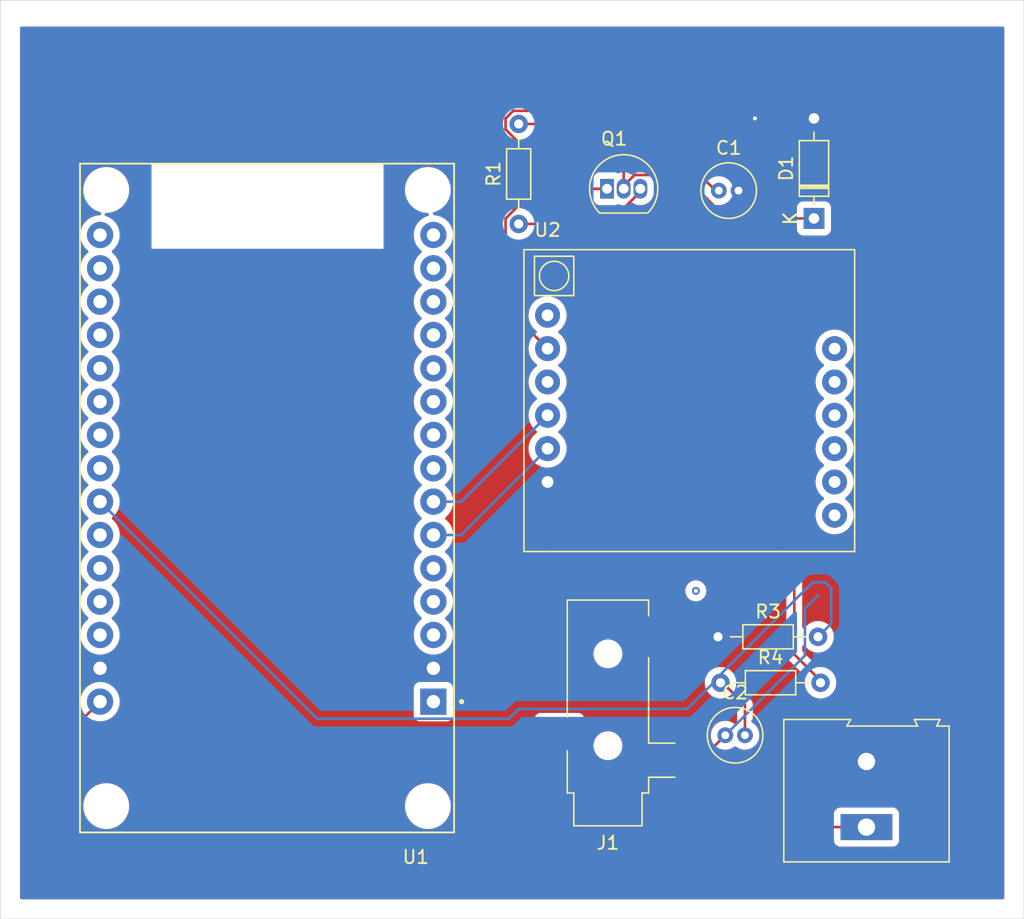
<source format=kicad_pcb>
(kicad_pcb (version 20240108) (generator "pcbnew") (generator_version "8.0")
  (layers (0 "F.Cu" signal) (31 "B.Cu" signal) (34 "B.Paste" user) (35 "F.Paste" user) (36 "B.SilkS" user "B.Silkscreen") (37 "F.SilkS" user "F.Silkscreen") (38 "B.Mask" user) (39 "F.Mask" user) (44 "Edge.Cuts" user))
  (net 0 "")
  (net 1 "Net-(Q1-E)")
  (net 9 "Net-(U1-RX2)")
  (net 16 "Net-(U1-3V3)")
  (net 34 "Net-(J2-Pin_1)")
  (net 35 "GND")
  (net 36 "Net-(D1-K)")
  (net 37 "Net-(C2-Pad1)")
  (net 39 "Net-(U1-D26)")
  (net 40 "Net-(U1-TX2)")
  (footprint "Diode_THT:D_DO-35_SOD27_P7.62mm_Horizontal" (layer "F.Cu") (at 161.5 83.12 90)
    (property "Reference" "D1" (at 3.81 -2.12 90) (layer "F.SilkS"))
    (property "Value" "D_Zener")
    (fp_line (start 5.93 -1.12) (end 1.69 -1.12) (stroke (width 0.12)) (layer "F.SilkS"))
    (fp_line (start 2.53 -1.12) (end 2.53 1.12) (stroke (width 0.12)) (layer "F.SilkS"))
    (fp_line (start 2.41 -1.12) (end 2.41 1.12) (stroke (width 0.12)) (layer "F.SilkS"))
    (fp_line (start 2.29 -1.12) (end 2.29 1.12) (stroke (width 0.12)) (layer "F.SilkS"))
    (fp_line (start 1.69 -1.12) (end 1.69 1.12) (stroke (width 0.12)) (layer "F.SilkS"))
    (fp_line (start 6.58 0) (end 5.93 0) (stroke (width 0.12)) (layer "F.SilkS"))
    (fp_line (start 1.04 0) (end 1.69 0) (stroke (width 0.12)) (layer "F.SilkS"))
    (fp_line (start 5.93 1.12) (end 5.93 -1.12) (stroke (width 0.12)) (layer "F.SilkS"))
    (fp_line (start 1.69 1.12) (end 5.93 1.12) (stroke (width 0.12)) (layer "F.SilkS"))
    (fp_text user "K" (at 0 -1.8 90) (layer "F.SilkS"))
    (pad "1" thru_hole rect (at 0 0 90) (size 1.6 1.6) (drill 0.8) (layers "*.Cu" "*.Mask") (net 36 "Net-(D1-K)"))
    (pad "2" thru_hole oval (at 7.62 0 90) (size 1.6 1.6) (drill 0.8) (layers "*.Cu" "*.Mask") (net 35 "GND"))
  )
  (footprint "RF_GSM:MODULE_ESP32_DEVKIT_V1" (layer "F.Cu") (at 119.8 104.425 180)
    (property "Reference" "U1" (at -11.355 -27.36 0) (layer "F.SilkS"))
    (property "Value" "ESP32-DEVKIT-V1")
    (fp_line (start 14.23 25.475) (end -14.28 25.475) (stroke (width 0.127)) (layer "F.SilkS"))
    (fp_line (start 14.23 -25.475) (end 14.23 25.475) (stroke (width 0.127)) (layer "F.SilkS"))
    (fp_line (start 14.23 -25.475) (end 14.23 25.475) (stroke (width 0.127)) (layer "F.SilkS"))
    (fp_line (start 8.78 25.475) (end 14.23 25.475) (stroke (width 0.127)) (layer "F.SilkS"))
    (fp_line (start 3.5 -25.475) (end 14.23 -25.475) (stroke (width 0.127)) (layer "F.SilkS"))
    (fp_line (start -3.211 -25.475) (end 3.5 -25.475) (stroke (width 0.127)) (layer "F.SilkS"))
    (fp_line (start -8.91 25.475) (end 8.78 25.475) (stroke (width 0.127)) (layer "F.SilkS"))
    (fp_line (start -14.28 25.475) (end -8.91 25.475) (stroke (width 0.127)) (layer "F.SilkS"))
    (fp_line (start -14.28 25.475) (end -14.28 -25.475) (stroke (width 0.127)) (layer "F.SilkS"))
    (fp_line (start -14.28 25.475) (end -14.28 -25.475) (stroke (width 0.127)) (layer "F.SilkS"))
    (fp_line (start -14.28 -25.475) (end 14.23 -25.475) (stroke (width 0.127)) (layer "F.SilkS"))
    (fp_line (start -14.28 -25.475) (end -3.211 -25.475) (stroke (width 0.127)) (layer "F.SilkS"))
    (fp_circle (center -14.85 -15.515) (end -14.75 -15.515) (stroke (width 0.2)) (fill none) (layer "F.SilkS"))
    (pad "" np_thru_hole circle (at -12.28 -23.475 180) (size 3 3) (drill 3) (layers "*.Cu" "*.Mask"))
    (pad "" np_thru_hole circle (at -12.28 23.475 180) (size 3 3) (drill 3) (layers "*.Cu" "*.Mask"))
    (pad "" np_thru_hole circle (at 12.23 -23.475 180) (size 3 3) (drill 3) (layers "*.Cu" "*.Mask"))
    (pad "" np_thru_hole circle (at 12.23 23.475 180) (size 3 3) (drill 3) (layers "*.Cu" "*.Mask"))
    (pad "1" thru_hole rect (at -12.7 -15.515 180) (size 2 2) (drill 1.02) (layers "*.Cu" "*.Mask") (net 16 "Net-(U1-3V3)"))
    (pad "2" thru_hole circle (at -12.7 -12.975 180) (size 2 2) (drill 1.02) (layers "*.Cu" "*.Mask") (net 35 "GND"))
    (pad "3" thru_hole circle (at -12.7 -10.435 180) (size 2 2) (drill 1.02) (layers "*.Cu" "*.Mask"))
    (pad "4" thru_hole circle (at -12.7 -7.895 180) (size 2 2) (drill 1.02) (layers "*.Cu" "*.Mask"))
    (pad "5" thru_hole circle (at -12.7 -5.355 180) (size 2 2) (drill 1.02) (layers "*.Cu" "*.Mask"))
    (pad "6" thru_hole circle (at -12.7 -2.815 180) (size 2 2) (drill 1.02) (layers "*.Cu" "*.Mask") (net 9 "Net-(U1-RX2)"))
    (pad "7" thru_hole circle (at -12.7 -0.275 180) (size 2 2) (drill 1.02) (layers "*.Cu" "*.Mask") (net 40 "Net-(U1-TX2)"))
    (pad "8" thru_hole circle (at -12.7 2.265 180) (size 2 2) (drill 1.02) (layers "*.Cu" "*.Mask"))
    (pad "9" thru_hole circle (at -12.7 4.805 180) (size 2 2) (drill 1.02) (layers "*.Cu" "*.Mask"))
    (pad "10" thru_hole circle (at -12.7 7.345 180) (size 2 2) (drill 1.02) (layers "*.Cu" "*.Mask"))
    (pad "11" thru_hole circle (at -12.7 9.885 180) (size 2 2) (drill 1.02) (layers "*.Cu" "*.Mask"))
    (pad "12" thru_hole circle (at -12.7 12.425 180) (size 2 2) (drill 1.02) (layers "*.Cu" "*.Mask"))
    (pad "13" thru_hole circle (at -12.7 14.965 180) (size 2 2) (drill 1.02) (layers "*.Cu" "*.Mask"))
    (pad "14" thru_hole circle (at -12.7 17.505 180) (size 2 2) (drill 1.02) (layers "*.Cu" "*.Mask"))
    (pad "15" thru_hole circle (at -12.7 20.045 180) (size 2 2) (drill 1.02) (layers "*.Cu" "*.Mask"))
    (pad "16" thru_hole circle (at 12.7 20.045 180) (size 2 2) (drill 1.02) (layers "*.Cu" "*.Mask"))
    (pad "17" thru_hole circle (at 12.7 17.505 180) (size 2 2) (drill 1.02) (layers "*.Cu" "*.Mask"))
    (pad "18" thru_hole circle (at 12.7 14.965 180) (size 2 2) (drill 1.02) (layers "*.Cu" "*.Mask"))
    (pad "19" thru_hole circle (at 12.7 12.425 180) (size 2 2) (drill 1.02) (layers "*.Cu" "*.Mask"))
    (pad "20" thru_hole circle (at 12.7 9.885 180) (size 2 2) (drill 1.02) (layers "*.Cu" "*.Mask"))
    (pad "21" thru_hole circle (at 12.7 7.345 180) (size 2 2) (drill 1.02) (layers "*.Cu" "*.Mask"))
    (pad "22" thru_hole circle (at 12.7 4.805 180) (size 2 2) (drill 1.02) (layers "*.Cu" "*.Mask"))
    (pad "23" thru_hole circle (at 12.7 2.265 180) (size 2 2) (drill 1.02) (layers "*.Cu" "*.Mask"))
    (pad "24" thru_hole circle (at 12.7 -0.275 180) (size 2 2) (drill 1.02) (layers "*.Cu" "*.Mask") (net 39 "Net-(U1-D26)"))
    (pad "25" thru_hole circle (at 12.7 -2.815 180) (size 2 2) (drill 1.02) (layers "*.Cu" "*.Mask"))
    (pad "26" thru_hole circle (at 12.7 -5.355 180) (size 2 2) (drill 1.02) (layers "*.Cu" "*.Mask"))
    (pad "27" thru_hole circle (at 12.7 -7.895 180) (size 2 2) (drill 1.02) (layers "*.Cu" "*.Mask"))
    (pad "28" thru_hole circle (at 12.7 -10.435 180) (size 2 2) (drill 1.02) (layers "*.Cu" "*.Mask"))
    (pad "29" thru_hole circle (at 12.7 -12.975 180) (size 2 2) (drill 1.02) (layers "*.Cu" "*.Mask") (net 35 "GND"))
    (pad "30" thru_hole circle (at 12.7 -15.515 180) (size 2 2) (drill 1.02) (layers "*.Cu" "*.Mask") (net 34 "Net-(J2-Pin_1)"))
    (zone (net 0) (net_name "") (layer "F.Cu") (connect_pads (clearance 0)) (min_thickness 0.01)
      (keepout (tracks not_allowed) (vias not_allowed) (pads not_allowed) (copperpour not_allowed) (footprints allowed))
      (fill (thermal_gap 0.508) (thermal_bridge_width 0.508))
      (polygon (pts (xy 128.71 85.44) (xy 111.02 85.44) (xy 111.02 78.95) (xy 128.71 78.95)))
    )
    (zone (net 0) (net_name "") (layer "B.Cu") (connect_pads (clearance 0)) (min_thickness 0.01)
      (keepout (tracks not_allowed) (vias not_allowed) (pads not_allowed) (copperpour not_allowed) (footprints allowed))
      (fill (thermal_gap 0.508) (thermal_bridge_width 0.508))
      (polygon (pts (xy 128.71 85.44) (xy 111.02 85.44) (xy 111.02 78.95) (xy 128.71 78.95)))
    )
  )
  (footprint "Resistor_THT:R_Axial_DIN0204_L3.6mm_D1.6mm_P7.62mm_Horizontal" (layer "F.Cu") (at 154.19 115)
    (property "Reference" "R3" (at 3.81 -1.92 0) (layer "F.SilkS"))
    (property "Value" "R")
    (fp_line (start 0.94 0) (end 1.89 0) (stroke (width 0.12)) (layer "F.SilkS"))
    (fp_line (start 1.89 -0.92) (end 1.89 0.92) (stroke (width 0.12)) (layer "F.SilkS"))
    (fp_line (start 1.89 0.92) (end 5.73 0.92) (stroke (width 0.12)) (layer "F.SilkS"))
    (fp_line (start 5.73 -0.92) (end 1.89 -0.92) (stroke (width 0.12)) (layer "F.SilkS"))
    (fp_line (start 5.73 0.92) (end 5.73 -0.92) (stroke (width 0.12)) (layer "F.SilkS"))
    (fp_line (start 6.68 0) (end 5.73 0) (stroke (width 0.12)) (layer "F.SilkS"))
    (pad "1" thru_hole circle (at 0 0) (size 1.4 1.4) (drill 0.7) (layers "*.Cu" "*.Mask") (net 35 "GND"))
    (pad "2" thru_hole oval (at 7.62 0) (size 1.4 1.4) (drill 0.7) (layers "*.Cu" "*.Mask") (net 39 "Net-(U1-D26)"))
  )
  (footprint "RF_GSM:SIM800L-CORE" (layer "F.Cu") (at 141.2 90.5)
    (property "Reference" "U2" (at 0 -6.5 0) (layer "F.SilkS"))
    (property "Value" "SIM800L-CORE" (hide yes))
    (fp_line (start -1.8 10.8) (end -1.8 -5) (stroke (width 0.12)) (layer "F.SilkS"))
    (fp_line (start -1.8 10.8) (end -1.8 18) (stroke (width 0.12)) (layer "F.SilkS"))
    (fp_line (start -1.8 18) (end 0 18) (stroke (width 0.12)) (layer "F.SilkS"))
    (fp_line (start 0 -5) (end -1.8 -5) (stroke (width 0.12)) (layer "F.SilkS"))
    (fp_line (start 0 -5) (end 20 -5) (stroke (width 0.12)) (layer "F.SilkS"))
    (fp_line (start 0 18) (end 18 18) (stroke (width 0.12)) (layer "F.SilkS"))
    (fp_line (start 18 18) (end 23.4 18) (stroke (width 0.12)) (layer "F.SilkS"))
    (fp_line (start 20 -5) (end 23 -5) (stroke (width 0.12)) (layer "F.SilkS"))
    (fp_line (start 23.4 -5) (end 23 -5) (stroke (width 0.12)) (layer "F.SilkS"))
    (fp_line (start 23.4 18) (end 23.4 -5) (stroke (width 0.12)) (layer "F.SilkS"))
    (fp_rect (start -1 -4.5) (end 2 -1.5) (stroke (width 0.12)) (fill none) (layer "F.SilkS"))
    (fp_circle (center 0.5 -3) (end 1.5 -2.5) (stroke (width 0.12)) (fill none) (layer "F.SilkS"))
    (pad "1" thru_hole circle (at 0 0) (size 1.9 1.9) (drill 0.9) (layers "*.Cu" "*.Mask"))
    (pad "2" thru_hole circle (at 0 2.54) (size 1.9 1.9) (drill 0.9) (layers "*.Cu" "*.Mask") (net 1 "Net-(Q1-E)"))
    (pad "3" thru_hole circle (at 0 5.08) (size 1.9 1.9) (drill 0.9) (layers "*.Cu" "*.Mask"))
    (pad "4" thru_hole circle (at 0 7.62) (size 1.9 1.9) (drill 0.9) (layers "*.Cu" "*.Mask") (net 40 "Net-(U1-TX2)"))
    (pad "5" thru_hole circle (at 0 10.16) (size 1.9 1.9) (drill 0.9) (layers "*.Cu" "*.Mask") (net 9 "Net-(U1-RX2)"))
    (pad "6" thru_hole circle (at 0 12.7) (size 1.9 1.9) (drill 0.9) (layers "*.Cu" "*.Mask") (net 35 "GND"))
    (pad "7" thru_hole circle (at 21.87 15.24) (size 1.9 1.9) (drill 0.9) (layers "*.Cu" "*.Mask"))
    (pad "8" thru_hole circle (at 21.87 12.7) (size 1.9 1.9) (drill 0.9) (layers "*.Cu" "*.Mask"))
    (pad "9" thru_hole circle (at 21.87 10.16) (size 1.9 1.9) (drill 0.9) (layers "*.Cu" "*.Mask"))
    (pad "10" thru_hole circle (at 21.87 7.62) (size 1.9 1.9) (drill 0.9) (layers "*.Cu" "*.Mask"))
    (pad "11" thru_hole circle (at 21.87 5.08) (size 1.9 1.9) (drill 0.9) (layers "*.Cu" "*.Mask"))
    (pad "12" thru_hole circle (at 21.87 2.54) (size 1.9 1.9) (drill 0.9) (layers "*.Cu" "*.Mask"))
  )
  (footprint "Connector_Audio:Jack_3.5mm_CUI_SJ-3523-SMT_Horizontal" (layer "F.Cu") (at 145.8 120.8 180)
    (property "Reference" "J1" (at 0 -9.9 0) (layer "F.SilkS"))
    (property "Value" "AudioPlug2" (hide yes))
    (fp_line (start 3.1 8.6) (end -3.1 8.6) (stroke (width 0.12)) (layer "F.SilkS"))
    (fp_line (start 3.1 -0.3) (end 3.1 8.6) (stroke (width 0.12)) (layer "F.SilkS"))
    (fp_line (start 3.1 -6.1) (end 3.1 -2.9) (stroke (width 0.12)) (layer "F.SilkS"))
    (fp_line (start 2.6 -6.1) (end 3.1 -6.1) (stroke (width 0.12)) (layer "F.SilkS"))
    (fp_line (start 2.6 -8.6) (end 2.6 -6.1) (stroke (width 0.12)) (layer "F.SilkS"))
    (fp_line (start -2.6 -6.1) (end -2.6 -8.6) (stroke (width 0.12)) (layer "F.SilkS"))
    (fp_line (start -2.6 -8.6) (end 2.6 -8.6) (stroke (width 0.12)) (layer "F.SilkS"))
    (fp_line (start -3.1 8.6) (end -3.1 7.4) (stroke (width 0.12)) (layer "F.SilkS"))
    (fp_line (start -3.1 4.2) (end -3.1 -2.3) (stroke (width 0.12)) (layer "F.SilkS"))
    (fp_line (start -3.1 -2.3) (end -5.1 -2.3) (stroke (width 0.12)) (layer "F.SilkS"))
    (fp_line (start -3.1 -4.9) (end -3.1 -6.1) (stroke (width 0.12)) (layer "F.SilkS"))
    (fp_line (start -3.1 -4.9) (end -5.1 -4.9) (stroke (width 0.12)) (layer "F.SilkS"))
    (fp_line (start -3.1 -6.1) (end -2.6 -6.1) (stroke (width 0.12)) (layer "F.SilkS"))
    (pad "" np_thru_hole circle (at 0 -2.5 180) (size 1.7 1.7) (drill 1.7) (layers "*.Cu" "*.Mask"))
    (pad "" np_thru_hole circle (at 0 4.5 180) (size 1.7 1.7) (drill 1.7) (layers "*.Cu" "*.Mask"))
    (pad "R" smd rect (at 3.7 -1.6 180) (size 2.8 2.2) (layers "F.Cu" "F.Paste" "F.Mask"))
    (pad "S" smd rect (at -3.7 -3.6 180) (size 2.8 2.2) (layers "F.Cu" "F.Paste" "F.Mask") (net 37 "Net-(C2-Pad1)"))
    (pad "T" smd rect (at -3.7 5.8 180) (size 2.8 2.8) (layers "F.Cu" "F.Paste" "F.Mask") (net 35 "GND"))
  )
  (footprint "Resistor_THT:R_Axial_DIN0204_L3.6mm_D1.6mm_P7.62mm_Horizontal" (layer "F.Cu") (at 139 83.54 90)
    (property "Reference" "R1" (at 3.81 -1.92 90) (layer "F.SilkS"))
    (property "Value" "R")
    (fp_line (start 5.73 -0.92) (end 1.89 -0.92) (stroke (width 0.12)) (layer "F.SilkS"))
    (fp_line (start 1.89 -0.92) (end 1.89 0.92) (stroke (width 0.12)) (layer "F.SilkS"))
    (fp_line (start 6.68 0) (end 5.73 0) (stroke (width 0.12)) (layer "F.SilkS"))
    (fp_line (start 0.94 0) (end 1.89 0) (stroke (width 0.12)) (layer "F.SilkS"))
    (fp_line (start 5.73 0.92) (end 5.73 -0.92) (stroke (width 0.12)) (layer "F.SilkS"))
    (fp_line (start 1.89 0.92) (end 5.73 0.92) (stroke (width 0.12)) (layer "F.SilkS"))
    (pad "1" thru_hole circle (at 0 0 90) (size 1.4 1.4) (drill 0.7) (layers "*.Cu" "*.Mask") (net 34 "Net-(J2-Pin_1)"))
    (pad "2" thru_hole oval (at 7.62 0 90) (size 1.4 1.4) (drill 0.7) (layers "*.Cu" "*.Mask") (net 36 "Net-(D1-K)"))
  )
  (footprint "Package_TO_SOT_THT:TO-92_Inline" (layer "F.Cu") (at 145.73 80.86)
    (property "Reference" "Q1" (at 0.54 -3.81 0) (layer "F.SilkS"))
    (property "Value" "2N3904")
    (fp_line (start -0.53 1.85) (end 3.07 1.85) (stroke (width 0.12)) (layer "F.SilkS"))
    (fp_arc (start -0.568478 1.838478) (mid -1.132087 -0.994977) (end 1.27 -2.6) (stroke (width 0.12)) (layer "F.SilkS"))
    (fp_arc (start 1.27 -2.6) (mid 3.672087 -0.994977) (end 3.108478 1.838478) (stroke (width 0.12)) (layer "F.SilkS"))
    (pad "1" thru_hole rect (at 0 0) (size 1.05 1.5) (drill 0.75) (layers "*.Cu" "*.Mask") (net 1 "Net-(Q1-E)"))
    (pad "2" thru_hole oval (at 1.27 0) (size 1.05 1.5) (drill 0.75) (layers "*.Cu" "*.Mask") (net 36 "Net-(D1-K)"))
    (pad "3" thru_hole oval (at 2.54 0) (size 1.05 1.5) (drill 0.75) (layers "*.Cu" "*.Mask") (net 34 "Net-(J2-Pin_1)"))
  )
  (footprint "TerminalBlock:TerminalBlock_Altech_AK300-2_P5.00mm" (layer "F.Cu") (at 165.5 129.5 90)
    (property "Reference" "J2" (hide yes))
    (property "Value" "Screw_Terminal_01x02")
    (fp_line (start 8.2 -6.3) (end -2.65 -6.3) (stroke (width 0.12)) (layer "F.SilkS"))
    (fp_line (start -2.65 -6.3) (end -2.65 6.3) (stroke (width 0.12)) (layer "F.SilkS"))
    (fp_line (start 7.7 -1.5) (end 8.2 -1.2) (stroke (width 0.12)) (layer "F.SilkS"))
    (fp_line (start 8.2 -1.2) (end 8.2 -6.3) (stroke (width 0.12)) (layer "F.SilkS"))
    (fp_line (start 8.2 3.65) (end 7.7 3.9) (stroke (width 0.12)) (layer "F.SilkS"))
    (fp_line (start 8.2 3.7) (end 8.2 3.65) (stroke (width 0.12)) (layer "F.SilkS"))
    (fp_line (start 7.7 3.9) (end 7.7 -1.5) (stroke (width 0.12)) (layer "F.SilkS"))
    (fp_line (start 7.7 5.35) (end 8.2 5.6) (stroke (width 0.12)) (layer "F.SilkS"))
    (fp_line (start 8.2 5.6) (end 8.2 3.7) (stroke (width 0.12)) (layer "F.SilkS"))
    (fp_line (start 7.7 6.3) (end 7.7 5.35) (stroke (width 0.12)) (layer "F.SilkS"))
    (fp_line (start -2.65 6.3) (end 7.7 6.3) (stroke (width 0.12)) (layer "F.SilkS"))
    (pad "1" thru_hole rect (at 0 0 90) (size 1.98 3.96) (drill 1.32) (layers "*.Cu" "*.Mask") (net 34 "Net-(J2-Pin_1)"))
    (pad "2" thru_hole oval (at 5 0 90) (size 1.98 3.96) (drill 1.32) (layers "*.Cu" "*.Mask") (net 35 "GND"))
  )
  (footprint "Capacitor_THT:C_Radial_D4.0mm_H7.0mm_P1.50mm" (layer "F.Cu") (at 154.25 81)
    (property "Reference" "C1" (at 0.75 -3.25 0) (layer "F.SilkS"))
    (property "Value" "C")
    (fp_circle (center 0.75 0) (end 2.87 0) (stroke (width 0.12)) (fill none) (layer "F.SilkS"))
    (pad "1" thru_hole circle (at 0 0) (size 1.2 1.2) (drill 0.6) (layers "*.Cu" "*.Mask") (net 1 "Net-(Q1-E)"))
    (pad "2" thru_hole circle (at 1.5 0) (size 1.2 1.2) (drill 0.6) (layers "*.Cu" "*.Mask") (net 35 "GND"))
  )
  (footprint "Resistor_THT:R_Axial_DIN0204_L3.6mm_D1.6mm_P7.62mm_Horizontal" (layer "F.Cu") (at 154.38 118.5)
    (property "Reference" "R4" (at 3.81 -1.92 0) (layer "F.SilkS"))
    (property "Value" "R")
    (fp_line (start 0.94 0) (end 1.89 0) (stroke (width 0.12)) (layer "F.SilkS"))
    (fp_line (start 1.89 -0.92) (end 1.89 0.92) (stroke (width 0.12)) (layer "F.SilkS"))
    (fp_line (start 1.89 0.92) (end 5.73 0.92) (stroke (width 0.12)) (layer "F.SilkS"))
    (fp_line (start 5.73 -0.92) (end 1.89 -0.92) (stroke (width 0.12)) (layer "F.SilkS"))
    (fp_line (start 5.73 0.92) (end 5.73 -0.92) (stroke (width 0.12)) (layer "F.SilkS"))
    (fp_line (start 6.68 0) (end 5.73 0) (stroke (width 0.12)) (layer "F.SilkS"))
    (pad "1" thru_hole circle (at 0 0) (size 1.4 1.4) (drill 0.7) (layers "*.Cu" "*.Mask") (net 39 "Net-(U1-D26)"))
    (pad "2" thru_hole oval (at 7.62 0) (size 1.4 1.4) (drill 0.7) (layers "*.Cu" "*.Mask") (net 16 "Net-(U1-3V3)"))
  )
  (footprint "Capacitor_THT:C_Radial_D4.0mm_H7.0mm_P1.50mm" (layer "F.Cu") (at 154.74 122.5)
    (property "Reference" "C2" (at 0.75 -3.25 0) (layer "F.SilkS"))
    (property "Value" "C")
    (fp_circle (center 0.75 0) (end 2.87 0) (stroke (width 0.12)) (fill none) (layer "F.SilkS"))
    (pad "1" thru_hole circle (at 0 0) (size 1.2 1.2) (drill 0.6) (layers "*.Cu" "*.Mask") (net 37 "Net-(C2-Pad1)"))
    (pad "2" thru_hole circle (at 1.5 0) (size 1.2 1.2) (drill 0.6) (layers "*.Cu" "*.Mask") (net 39 "Net-(U1-D26)"))
  )
  (gr_rect (start 99.5 66.5) (end 177.5 136.5) (stroke (width 0.05)) (fill none) (layer "Edge.Cuts"))
  (gr_text "K" (at 159.7 83.12 90) (layer "F.SilkS") (effects (font (size 1 1))))
  (segment (start 147.92 74.92) (end 154 81) (width 0.2) (layer "F.Cu") (net 1))
  (segment (start 141.2 93.04) (end 138 89.84) (width 0.2) (layer "F.Cu") (net 1))
  (segment (start 138.58 74.92) (end 147.92 74.92) (width 0.2) (layer "F.Cu") (net 1))
  (segment (start 138 75.5) (end 138.58 74.92) (width 0.2) (layer "F.Cu") (net 1))
  (segment (start 142.525786 80.86) (end 138 76.334214) (width 0.2) (layer "F.Cu") (net 1))
  (segment (start 138 76.334214) (end 138 75.5) (width 0.2) (layer "F.Cu") (net 1))
  (segment (start 138 83.125786) (end 140.265786 80.86) (width 0.2) (layer "F.Cu") (net 1))
  (segment (start 138 89.84) (end 138 83.125786) (width 0.2) (layer "F.Cu") (net 1))
  (segment (start 145.73 80.86) (end 142.525786 80.86) (width 0.2) (layer "F.Cu") (net 1))
  (segment (start 140.265786 80.86) (end 145.73 80.86) (width 0.2) (layer "F.Cu") (net 1))
  (segment (start 132.5 107.24) (end 134.62 107.24) (width 0.2) (layer "B.Cu") (net 9))
  (segment (start 134.62 107.24) (end 141.2 100.66) (width 0.2) (layer "B.Cu") (net 9))
  (segment (start 154 129.5) (end 151.5 132) (width 0.2) (layer "F.Cu") (net 34))
  (segment (start 165.5 129.5) (end 154 129.5) (width 0.2) (layer "F.Cu") (net 34))
  (segment (start 148.27 81.085) (end 148.27 80.86) (width 0.2) (layer "F.Cu") (net 34))
  (segment (start 151.5 132) (end 102.5 132) (width 0.2) (layer "F.Cu") (net 34))
  (segment (start 102.5 132) (end 102.5 124.54) (width 0.2) (layer "F.Cu") (net 34))
  (segment (start 160 97.725) (end 145.815 83.54) (width 0.2) (layer "F.Cu") (net 34))
  (segment (start 102.5 124.54) (end 107.1 119.94) (width 0.2) (layer "F.Cu") (net 34))
  (segment (start 160 116.34) (end 160 97.725) (width 0.2) (layer "F.Cu") (net 34))
  (segment (start 139 83.54) (end 145.815 83.54) (width 0.2) (layer "F.Cu") (net 34))
  (segment (start 145.815 83.54) (end 148.27 81.085) (width 0.2) (layer "F.Cu") (net 34))
  (segment (start 161.81 118.15) (end 160 116.34) (width 0.2) (layer "F.Cu") (net 34))
  (via (at 152.5 111.5) (size 0.6) (drill 0.3) (layers "F.Cu" "B.Cu") (net 34))
  (segment (start 156.5 80) (end 155.5 81) (width 0.2) (layer "F.Cu") (net 35))
  (segment (start 157 75.5) (end 161.5 75.5) (width 0.2) (layer "F.Cu") (net 35))
  (segment (start 156.5 76) (end 156.5 80) (width 0.2) (layer "F.Cu") (net 35))
  (segment (start 157 75.5) (end 156.5 76) (width 0.2) (layer "F.Cu") (net 35))
  (segment (start 165.5 124.5) (end 167 124.5) (width 0.2) (layer "F.Cu") (net 35))
  (via (at 157 75.5) (size 0.6) (drill 0.3) (layers "F.Cu" "B.Cu") (net 35))
  (segment (start 161.5 83.12) (end 154.847207 83.12) (width 0.2) (layer "F.Cu") (net 36))
  (segment (start 143.42 75.92) (end 147 79.5) (width 0.2) (layer "F.Cu") (net 36))
  (segment (start 147.825 79.81) (end 147 80.635) (width 0.2) (layer "F.Cu") (net 36))
  (segment (start 151.537207 79.81) (end 147.825 79.81) (width 0.2) (layer "F.Cu") (net 36))
  (segment (start 147 80.635) (end 147 80.86) (width 0.2) (layer "F.Cu") (net 36))
  (segment (start 154.847207 83.12) (end 151.537207 79.81) (width 0.2) (layer "F.Cu") (net 36))
  (segment (start 147 79.5) (end 147 80.86) (width 0.2) (layer "F.Cu") (net 36))
  (segment (start 139 75.92) (end 143.42 75.92) (width 0.2) (layer "F.Cu") (net 36))
  (segment (start 154.74 122.5) (end 152.84 124.4) (width 0.2) (layer "F.Cu") (net 37))
  (segment (start 152.84 124.4) (end 149.5 124.4) (width 0.2) (layer "F.Cu") (net 37))
  (segment (start 154.74 122.5) (end 160.81 116.43) (width 0.2) (layer "B.Cu") (net 37))
  (segment (start 161.81 111.85) (end 160.81 112.85) (width 0.2) (layer "B.Cu") (net 37))
  (segment (start 160.81 112.85) (end 160.81 116.43) (width 0.2) (layer "B.Cu") (net 37))
  (segment (start 156.24 122.5) (end 156.24 120.2) (width 0.2) (layer "F.Cu") (net 39))
  (segment (start 156.24 120.2) (end 154.19 118.15) (width 0.2) (layer "F.Cu") (net 39))
  (segment (start 107.1 104.7) (end 123.64 121.24) (width 0.2) (layer "B.Cu") (net 39))
  (segment (start 151.84 120.5) (end 153.907157 118.432843) (width 0.2) (layer "B.Cu") (net 39))
  (segment (start 139 120.5) (end 151.84 120.5) (width 0.2) (layer "B.Cu") (net 39))
  (segment (start 161.81 115) (end 162.81 114) (width 0.2) (layer "B.Cu") (net 39))
  (segment (start 162.35 110.85) (end 161.395786 110.85) (width 0.2) (layer "B.Cu") (net 39))
  (segment (start 161.395786 110.85) (end 154.472843 117.772943) (width 0.2) (layer "B.Cu") (net 39))
  (segment (start 154.472843 117.772943) (end 154.472843 117.867157) (width 0.2) (layer "B.Cu") (net 39))
  (segment (start 162.81 111.31) (end 162.35 110.85) (width 0.2) (layer "B.Cu") (net 39))
  (segment (start 138.26 121.24) (end 139 120.5) (width 0.2) (layer "B.Cu") (net 39))
  (segment (start 123.64 121.24) (end 138.26 121.24) (width 0.2) (layer "B.Cu") (net 39))
  (segment (start 162.81 114) (end 162.81 111.31) (width 0.2) (layer "B.Cu") (net 39))
  (segment (start 134.62 104.7) (end 141.2 98.12) (width 0.2) (layer "B.Cu") (net 40))
  (segment (start 132.5 104.7) (end 134.62 104.7) (width 0.2) (layer "B.Cu") (net 40))
  (zone (net 35) (net_name "GND") (layer "F.Cu") (priority 1) (connect_pads yes (clearance 0.5)) (min_thickness 0.25) (fill yes (thermal_gap 0.5) (thermal_bridge_width 0.5))
    (polygon (pts (xy 101 68.5) (xy 101 135) (xy 176 135) (xy 176 68.5)))
  )
  (zone (net 35) (net_name "GND") (layer "B.Cu") (connect_pads yes (clearance 0.5)) (min_thickness 0.25) (fill yes (thermal_gap 0.5) (thermal_bridge_width 0.5))
    (polygon (pts (xy 101 68.5) (xy 101 135) (xy 176 135) (xy 176 68.5)))
  )
)
</source>
